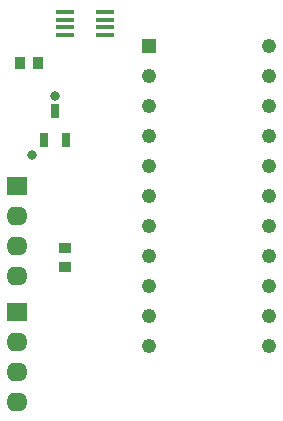
<source format=gbr>
%TF.GenerationSoftware,KiCad,Pcbnew,(5.1.8)-1*%
%TF.CreationDate,2021-05-23T21:47:32+08:00*%
%TF.ProjectId,only_ccd,6f6e6c79-5f63-4636-942e-6b696361645f,rev?*%
%TF.SameCoordinates,Original*%
%TF.FileFunction,Soldermask,Top*%
%TF.FilePolarity,Negative*%
%FSLAX46Y46*%
G04 Gerber Fmt 4.6, Leading zero omitted, Abs format (unit mm)*
G04 Created by KiCad (PCBNEW (5.1.8)-1) date 2021-05-23 21:47:32*
%MOMM*%
%LPD*%
G01*
G04 APERTURE LIST*
%ADD10R,1.800000X1.600000*%
%ADD11O,1.800000X1.600000*%
%ADD12R,0.700000X1.250000*%
%ADD13R,1.600000X0.300000*%
%ADD14R,0.980000X0.930000*%
%ADD15R,1.220000X1.220000*%
%ADD16C,1.220000*%
%ADD17R,0.930000X0.980000*%
%ADD18C,0.800000*%
G04 APERTURE END LIST*
D10*
%TO.C,J2*%
X113538000Y-102235000D03*
D11*
X113538000Y-104775000D03*
X113538000Y-107315000D03*
X113538000Y-109855000D03*
%TD*%
D12*
%TO.C,U3*%
X116713000Y-95905000D03*
X117663000Y-98405000D03*
X115763000Y-98405000D03*
%TD*%
D13*
%TO.C,U2*%
X120953000Y-87544000D03*
X120953000Y-88194000D03*
X120953000Y-88844000D03*
X120953000Y-89494000D03*
X117553000Y-89494000D03*
X117553000Y-88844000D03*
X117553000Y-88194000D03*
X117553000Y-87544000D03*
%TD*%
D14*
%TO.C,R6*%
X117602000Y-107561000D03*
X117602000Y-109101000D03*
%TD*%
D10*
%TO.C,J1*%
X113538000Y-112903000D03*
D11*
X113538000Y-115443000D03*
X113538000Y-117983000D03*
X113538000Y-120523000D03*
%TD*%
D15*
%TO.C,IC1*%
X124714000Y-90424000D03*
D16*
X124714000Y-92964000D03*
X124714000Y-95504000D03*
X124714000Y-98044000D03*
X124714000Y-100584000D03*
X124714000Y-103124000D03*
X124714000Y-105664000D03*
X124714000Y-108204000D03*
X124714000Y-110744000D03*
X124714000Y-113284000D03*
X124714000Y-115824000D03*
X134874000Y-115824000D03*
X134874000Y-113284000D03*
X134874000Y-110744000D03*
X134874000Y-108204000D03*
X134874000Y-105664000D03*
X134874000Y-103124000D03*
X134874000Y-100584000D03*
X134874000Y-98044000D03*
X134874000Y-95504000D03*
X134874000Y-92964000D03*
X134874000Y-90424000D03*
%TD*%
D17*
%TO.C,C16*%
X113784000Y-91821000D03*
X115324000Y-91821000D03*
%TD*%
D18*
X113784000Y-91821000D03*
X114770800Y-99664200D03*
X116713000Y-94679700D03*
M02*

</source>
